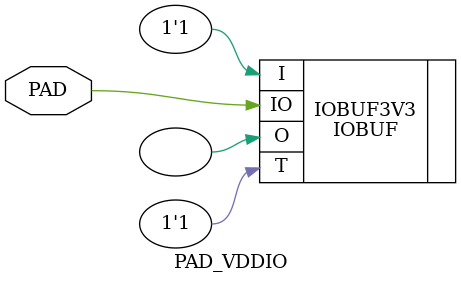
<source format=v>

module PAD_VDDIO (
   // Inouts
   PAD
   );
   inout PAD;

  IOBUF #(
    .IOSTANDARD ("LVCMOS33"),
    .DRIVE(8)
  ) IOBUF3V3 (
    .O( ),
    .IO(PAD),
    .I(1'b1),
    .T(1'b1)
  );
   
endmodule // PAD_VDDIO

</source>
